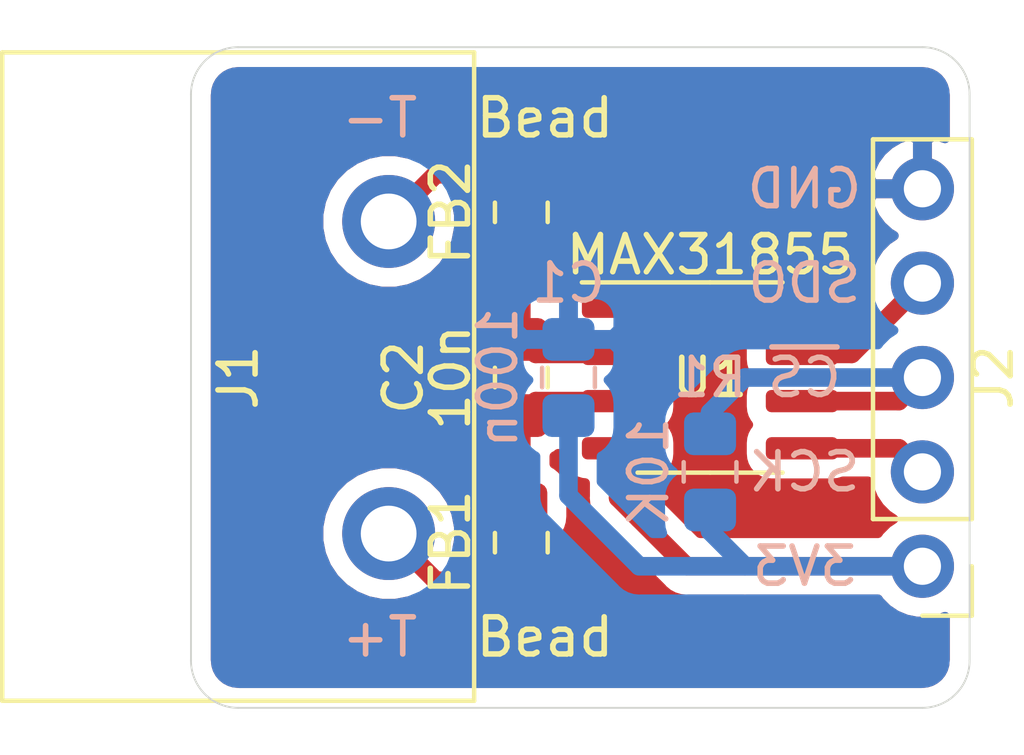
<source format=kicad_pcb>
(kicad_pcb (version 20171130) (host pcbnew 5.1.5-52549c5~86~ubuntu18.04.1)

  (general
    (thickness 1.6)
    (drawings 15)
    (tracks 29)
    (zones 0)
    (modules 8)
    (nets 10)
  )

  (page A4)
  (layers
    (0 F.Cu signal)
    (31 B.Cu signal)
    (32 B.Adhes user)
    (33 F.Adhes user)
    (34 B.Paste user)
    (35 F.Paste user)
    (36 B.SilkS user)
    (37 F.SilkS user)
    (38 B.Mask user)
    (39 F.Mask user)
    (40 Dwgs.User user)
    (41 Cmts.User user)
    (42 Eco1.User user)
    (43 Eco2.User user)
    (44 Edge.Cuts user)
    (45 Margin user)
    (46 B.CrtYd user)
    (47 F.CrtYd user)
    (48 B.Fab user)
    (49 F.Fab user)
  )

  (setup
    (last_trace_width 0.25)
    (user_trace_width 0.5)
    (trace_clearance 0.2)
    (zone_clearance 0.508)
    (zone_45_only no)
    (trace_min 0.2)
    (via_size 0.8)
    (via_drill 0.4)
    (via_min_size 0.4)
    (via_min_drill 0.3)
    (uvia_size 0.3)
    (uvia_drill 0.1)
    (uvias_allowed no)
    (uvia_min_size 0.2)
    (uvia_min_drill 0.1)
    (edge_width 0.05)
    (segment_width 0.2)
    (pcb_text_width 0.3)
    (pcb_text_size 1.5 1.5)
    (mod_edge_width 0.12)
    (mod_text_size 1 1)
    (mod_text_width 0.15)
    (pad_size 1.7 1.7)
    (pad_drill 1)
    (pad_to_mask_clearance 0.051)
    (solder_mask_min_width 0.25)
    (aux_axis_origin 0 0)
    (visible_elements FFFFFF7F)
    (pcbplotparams
      (layerselection 0x010fc_ffffffff)
      (usegerberextensions false)
      (usegerberattributes false)
      (usegerberadvancedattributes false)
      (creategerberjobfile false)
      (excludeedgelayer true)
      (linewidth 0.100000)
      (plotframeref false)
      (viasonmask false)
      (mode 1)
      (useauxorigin false)
      (hpglpennumber 1)
      (hpglpenspeed 20)
      (hpglpendiameter 15.000000)
      (psnegative false)
      (psa4output false)
      (plotreference true)
      (plotvalue true)
      (plotinvisibletext false)
      (padsonsilk false)
      (subtractmaskfromsilk false)
      (outputformat 1)
      (mirror false)
      (drillshape 1)
      (scaleselection 1)
      (outputdirectory ""))
  )

  (net 0 "")
  (net 1 GND)
  (net 2 VCC)
  (net 3 "Net-(C2-Pad1)")
  (net 4 "Net-(C2-Pad2)")
  (net 5 "Net-(FB1-Pad2)")
  (net 6 "Net-(FB2-Pad2)")
  (net 7 CK)
  (net 8 DO)
  (net 9 ~CS)

  (net_class Default "This is the default net class."
    (clearance 0.2)
    (trace_width 0.25)
    (via_dia 0.8)
    (via_drill 0.4)
    (uvia_dia 0.3)
    (uvia_drill 0.1)
    (add_net CK)
    (add_net DO)
    (add_net GND)
    (add_net "Net-(C2-Pad1)")
    (add_net "Net-(C2-Pad2)")
    (add_net "Net-(FB1-Pad2)")
    (add_net "Net-(FB2-Pad2)")
    (add_net VCC)
    (add_net ~CS)
  )

  (module Capacitor_SMD:C_0805_2012Metric_Pad1.15x1.40mm_HandSolder (layer B.Cu) (tedit 5B36C52B) (tstamp 5EA6305B)
    (at 149.225 108.585 90)
    (descr "Capacitor SMD 0805 (2012 Metric), square (rectangular) end terminal, IPC_7351 nominal with elongated pad for handsoldering. (Body size source: https://docs.google.com/spreadsheets/d/1BsfQQcO9C6DZCsRaXUlFlo91Tg2WpOkGARC1WS5S8t0/edit?usp=sharing), generated with kicad-footprint-generator")
    (tags "capacitor handsolder")
    (path /5EA65A89)
    (attr smd)
    (fp_text reference C1 (at 2.54 0 180) (layer B.SilkS)
      (effects (font (size 1 1) (thickness 0.15)) (justify mirror))
    )
    (fp_text value 100n (at 0 -1.905 90) (layer B.SilkS)
      (effects (font (size 1 1) (thickness 0.15)) (justify mirror))
    )
    (fp_text user %R (at 0 0 90) (layer B.Fab)
      (effects (font (size 0.5 0.5) (thickness 0.08)) (justify mirror))
    )
    (fp_line (start 1.85 -0.95) (end -1.85 -0.95) (layer B.CrtYd) (width 0.05))
    (fp_line (start 1.85 0.95) (end 1.85 -0.95) (layer B.CrtYd) (width 0.05))
    (fp_line (start -1.85 0.95) (end 1.85 0.95) (layer B.CrtYd) (width 0.05))
    (fp_line (start -1.85 -0.95) (end -1.85 0.95) (layer B.CrtYd) (width 0.05))
    (fp_line (start -0.261252 -0.71) (end 0.261252 -0.71) (layer B.SilkS) (width 0.12))
    (fp_line (start -0.261252 0.71) (end 0.261252 0.71) (layer B.SilkS) (width 0.12))
    (fp_line (start 1 -0.6) (end -1 -0.6) (layer B.Fab) (width 0.1))
    (fp_line (start 1 0.6) (end 1 -0.6) (layer B.Fab) (width 0.1))
    (fp_line (start -1 0.6) (end 1 0.6) (layer B.Fab) (width 0.1))
    (fp_line (start -1 -0.6) (end -1 0.6) (layer B.Fab) (width 0.1))
    (pad 2 smd roundrect (at 1.025 0 90) (size 1.15 1.4) (layers B.Cu B.Paste B.Mask) (roundrect_rratio 0.217391)
      (net 1 GND))
    (pad 1 smd roundrect (at -1.025 0 90) (size 1.15 1.4) (layers B.Cu B.Paste B.Mask) (roundrect_rratio 0.217391)
      (net 2 VCC))
    (model ${KISYS3DMOD}/Capacitor_SMD.3dshapes/C_0805_2012Metric.wrl
      (at (xyz 0 0 0))
      (scale (xyz 1 1 1))
      (rotate (xyz 0 0 0))
    )
  )

  (module Capacitor_SMD:C_0805_2012Metric_Pad1.15x1.40mm_HandSolder (layer F.Cu) (tedit 5B36C52B) (tstamp 5EA629EE)
    (at 147.955 108.585 270)
    (descr "Capacitor SMD 0805 (2012 Metric), square (rectangular) end terminal, IPC_7351 nominal with elongated pad for handsoldering. (Body size source: https://docs.google.com/spreadsheets/d/1BsfQQcO9C6DZCsRaXUlFlo91Tg2WpOkGARC1WS5S8t0/edit?usp=sharing), generated with kicad-footprint-generator")
    (tags "capacitor handsolder")
    (path /5EA5F690)
    (attr smd)
    (fp_text reference C2 (at 0 3.175 90) (layer F.SilkS)
      (effects (font (size 1 1) (thickness 0.15)))
    )
    (fp_text value 10n (at 0 1.905 90) (layer F.SilkS)
      (effects (font (size 1 1) (thickness 0.15)))
    )
    (fp_line (start -1 0.6) (end -1 -0.6) (layer F.Fab) (width 0.1))
    (fp_line (start -1 -0.6) (end 1 -0.6) (layer F.Fab) (width 0.1))
    (fp_line (start 1 -0.6) (end 1 0.6) (layer F.Fab) (width 0.1))
    (fp_line (start 1 0.6) (end -1 0.6) (layer F.Fab) (width 0.1))
    (fp_line (start -0.261252 -0.71) (end 0.261252 -0.71) (layer F.SilkS) (width 0.12))
    (fp_line (start -0.261252 0.71) (end 0.261252 0.71) (layer F.SilkS) (width 0.12))
    (fp_line (start -1.85 0.95) (end -1.85 -0.95) (layer F.CrtYd) (width 0.05))
    (fp_line (start -1.85 -0.95) (end 1.85 -0.95) (layer F.CrtYd) (width 0.05))
    (fp_line (start 1.85 -0.95) (end 1.85 0.95) (layer F.CrtYd) (width 0.05))
    (fp_line (start 1.85 0.95) (end -1.85 0.95) (layer F.CrtYd) (width 0.05))
    (fp_text user %R (at 0 0 90) (layer F.Fab)
      (effects (font (size 0.5 0.5) (thickness 0.08)))
    )
    (pad 1 smd roundrect (at -1.025 0 270) (size 1.15 1.4) (layers F.Cu F.Paste F.Mask) (roundrect_rratio 0.217391)
      (net 3 "Net-(C2-Pad1)"))
    (pad 2 smd roundrect (at 1.025 0 270) (size 1.15 1.4) (layers F.Cu F.Paste F.Mask) (roundrect_rratio 0.217391)
      (net 4 "Net-(C2-Pad2)"))
    (model ${KISYS3DMOD}/Capacitor_SMD.3dshapes/C_0805_2012Metric.wrl
      (at (xyz 0 0 0))
      (scale (xyz 1 1 1))
      (rotate (xyz 0 0 0))
    )
  )

  (module Resistor_SMD:R_0805_2012Metric_Pad1.15x1.40mm_HandSolder (layer F.Cu) (tedit 5B36C52B) (tstamp 5EA620FB)
    (at 147.955 113.03 270)
    (descr "Resistor SMD 0805 (2012 Metric), square (rectangular) end terminal, IPC_7351 nominal with elongated pad for handsoldering. (Body size source: https://docs.google.com/spreadsheets/d/1BsfQQcO9C6DZCsRaXUlFlo91Tg2WpOkGARC1WS5S8t0/edit?usp=sharing), generated with kicad-footprint-generator")
    (tags "resistor handsolder")
    (path /5EA5FC28)
    (attr smd)
    (fp_text reference FB1 (at 0 1.905 90) (layer F.SilkS)
      (effects (font (size 1 1) (thickness 0.15)))
    )
    (fp_text value Bead (at 2.54 -0.635 180) (layer F.SilkS)
      (effects (font (size 1 1) (thickness 0.15)))
    )
    (fp_line (start -1 0.6) (end -1 -0.6) (layer F.Fab) (width 0.1))
    (fp_line (start -1 -0.6) (end 1 -0.6) (layer F.Fab) (width 0.1))
    (fp_line (start 1 -0.6) (end 1 0.6) (layer F.Fab) (width 0.1))
    (fp_line (start 1 0.6) (end -1 0.6) (layer F.Fab) (width 0.1))
    (fp_line (start -0.261252 -0.71) (end 0.261252 -0.71) (layer F.SilkS) (width 0.12))
    (fp_line (start -0.261252 0.71) (end 0.261252 0.71) (layer F.SilkS) (width 0.12))
    (fp_line (start -1.85 0.95) (end -1.85 -0.95) (layer F.CrtYd) (width 0.05))
    (fp_line (start -1.85 -0.95) (end 1.85 -0.95) (layer F.CrtYd) (width 0.05))
    (fp_line (start 1.85 -0.95) (end 1.85 0.95) (layer F.CrtYd) (width 0.05))
    (fp_line (start 1.85 0.95) (end -1.85 0.95) (layer F.CrtYd) (width 0.05))
    (fp_text user %R (at 0 0 90) (layer F.Fab)
      (effects (font (size 0.5 0.5) (thickness 0.08)))
    )
    (pad 1 smd roundrect (at -1.025 0 270) (size 1.15 1.4) (layers F.Cu F.Paste F.Mask) (roundrect_rratio 0.217391)
      (net 4 "Net-(C2-Pad2)"))
    (pad 2 smd roundrect (at 1.025 0 270) (size 1.15 1.4) (layers F.Cu F.Paste F.Mask) (roundrect_rratio 0.217391)
      (net 5 "Net-(FB1-Pad2)"))
    (model ${KISYS3DMOD}/Resistor_SMD.3dshapes/R_0805_2012Metric.wrl
      (at (xyz 0 0 0))
      (scale (xyz 1 1 1))
      (rotate (xyz 0 0 0))
    )
  )

  (module Resistor_SMD:R_0805_2012Metric_Pad1.15x1.40mm_HandSolder (layer F.Cu) (tedit 5B36C52B) (tstamp 5EA62855)
    (at 147.955 104.14 90)
    (descr "Resistor SMD 0805 (2012 Metric), square (rectangular) end terminal, IPC_7351 nominal with elongated pad for handsoldering. (Body size source: https://docs.google.com/spreadsheets/d/1BsfQQcO9C6DZCsRaXUlFlo91Tg2WpOkGARC1WS5S8t0/edit?usp=sharing), generated with kicad-footprint-generator")
    (tags "resistor handsolder")
    (path /5EA60E1C)
    (attr smd)
    (fp_text reference FB2 (at 0 -1.905 90) (layer F.SilkS)
      (effects (font (size 1 1) (thickness 0.15)))
    )
    (fp_text value Bead (at 2.54 0.635 180) (layer F.SilkS)
      (effects (font (size 1 1) (thickness 0.15)))
    )
    (fp_text user %R (at 0 0 90) (layer F.Fab)
      (effects (font (size 0.5 0.5) (thickness 0.08)))
    )
    (fp_line (start 1.85 0.95) (end -1.85 0.95) (layer F.CrtYd) (width 0.05))
    (fp_line (start 1.85 -0.95) (end 1.85 0.95) (layer F.CrtYd) (width 0.05))
    (fp_line (start -1.85 -0.95) (end 1.85 -0.95) (layer F.CrtYd) (width 0.05))
    (fp_line (start -1.85 0.95) (end -1.85 -0.95) (layer F.CrtYd) (width 0.05))
    (fp_line (start -0.261252 0.71) (end 0.261252 0.71) (layer F.SilkS) (width 0.12))
    (fp_line (start -0.261252 -0.71) (end 0.261252 -0.71) (layer F.SilkS) (width 0.12))
    (fp_line (start 1 0.6) (end -1 0.6) (layer F.Fab) (width 0.1))
    (fp_line (start 1 -0.6) (end 1 0.6) (layer F.Fab) (width 0.1))
    (fp_line (start -1 -0.6) (end 1 -0.6) (layer F.Fab) (width 0.1))
    (fp_line (start -1 0.6) (end -1 -0.6) (layer F.Fab) (width 0.1))
    (pad 2 smd roundrect (at 1.025 0 90) (size 1.15 1.4) (layers F.Cu F.Paste F.Mask) (roundrect_rratio 0.217391)
      (net 6 "Net-(FB2-Pad2)"))
    (pad 1 smd roundrect (at -1.025 0 90) (size 1.15 1.4) (layers F.Cu F.Paste F.Mask) (roundrect_rratio 0.217391)
      (net 3 "Net-(C2-Pad1)"))
    (model ${KISYS3DMOD}/Resistor_SMD.3dshapes/R_0805_2012Metric.wrl
      (at (xyz 0 0 0))
      (scale (xyz 1 1 1))
      (rotate (xyz 0 0 0))
    )
  )

  (module Connector_PinHeader_2.54mm:PinHeader_1x05_P2.54mm_Vertical (layer F.Cu) (tedit 5EA5CDF7) (tstamp 5EA61EF4)
    (at 158.75 113.665 180)
    (descr "Through hole straight pin header, 1x05, 2.54mm pitch, single row")
    (tags "Through hole pin header THT 1x05 2.54mm single row")
    (path /5EA5D145)
    (fp_text reference J2 (at -1.905 5.08 90) (layer F.SilkS)
      (effects (font (size 1 1) (thickness 0.15)))
    )
    (fp_text value Breakout (at -1.905 5.08 90) (layer F.Fab)
      (effects (font (size 1 1) (thickness 0.15)))
    )
    (fp_line (start -0.635 -1.27) (end 1.27 -1.27) (layer F.Fab) (width 0.1))
    (fp_line (start 1.27 -1.27) (end 1.27 11.43) (layer F.Fab) (width 0.1))
    (fp_line (start 1.27 11.43) (end -1.27 11.43) (layer F.Fab) (width 0.1))
    (fp_line (start -1.27 11.43) (end -1.27 -0.635) (layer F.Fab) (width 0.1))
    (fp_line (start -1.27 -0.635) (end -0.635 -1.27) (layer F.Fab) (width 0.1))
    (fp_line (start -1.33 11.49) (end 1.33 11.49) (layer F.SilkS) (width 0.12))
    (fp_line (start -1.33 1.27) (end -1.33 11.49) (layer F.SilkS) (width 0.12))
    (fp_line (start 1.33 1.27) (end 1.33 11.49) (layer F.SilkS) (width 0.12))
    (fp_line (start -1.33 1.27) (end 1.33 1.27) (layer F.SilkS) (width 0.12))
    (fp_line (start -1.33 0) (end -1.33 -1.33) (layer F.SilkS) (width 0.12))
    (fp_line (start -1.33 -1.33) (end 0 -1.33) (layer F.SilkS) (width 0.12))
    (fp_line (start -1.8 -1.8) (end -1.8 11.95) (layer F.CrtYd) (width 0.05))
    (fp_line (start -1.8 11.95) (end 1.8 11.95) (layer F.CrtYd) (width 0.05))
    (fp_line (start 1.8 11.95) (end 1.8 -1.8) (layer F.CrtYd) (width 0.05))
    (fp_line (start 1.8 -1.8) (end -1.8 -1.8) (layer F.CrtYd) (width 0.05))
    (fp_text user %R (at 0 5.08 90) (layer F.Fab)
      (effects (font (size 1 1) (thickness 0.15)))
    )
    (pad 1 thru_hole circle (at 0 0 180) (size 1.7 1.7) (drill 1) (layers *.Cu *.Mask)
      (net 2 VCC))
    (pad 2 thru_hole oval (at 0 2.54 180) (size 1.7 1.7) (drill 1) (layers *.Cu *.Mask)
      (net 7 CK))
    (pad 3 thru_hole oval (at 0 5.08 180) (size 1.7 1.7) (drill 1) (layers *.Cu *.Mask)
      (net 9 ~CS))
    (pad 4 thru_hole oval (at 0 7.62 180) (size 1.7 1.7) (drill 1) (layers *.Cu *.Mask)
      (net 8 DO))
    (pad 5 thru_hole oval (at 0 10.16 180) (size 1.7 1.7) (drill 1) (layers *.Cu *.Mask)
      (net 1 GND))
    (model ${KISYS3DMOD}/Connector_PinHeader_2.54mm.3dshapes/PinHeader_1x05_P2.54mm_Vertical.wrl
      (at (xyz 0 0 0))
      (scale (xyz 1 1 1))
      (rotate (xyz 0 0 0))
    )
  )

  (module Package_SO:SOIC-8_3.9x4.9mm_P1.27mm (layer F.Cu) (tedit 5D9F72B1) (tstamp 5EA61F0E)
    (at 153.035 108.585)
    (descr "SOIC, 8 Pin (JEDEC MS-012AA, https://www.analog.com/media/en/package-pcb-resources/package/pkg_pdf/soic_narrow-r/r_8.pdf), generated with kicad-footprint-generator ipc_gullwing_generator.py")
    (tags "SOIC SO")
    (path /5EA5C805)
    (attr smd)
    (fp_text reference U1 (at 0 0) (layer F.SilkS)
      (effects (font (size 1 1) (thickness 0.15)))
    )
    (fp_text value MAX31855 (at 0 -3.302) (layer F.SilkS)
      (effects (font (size 1 1) (thickness 0.15)))
    )
    (fp_line (start 0 2.56) (end 1.95 2.56) (layer F.SilkS) (width 0.12))
    (fp_line (start 0 2.56) (end -1.95 2.56) (layer F.SilkS) (width 0.12))
    (fp_line (start 0 -2.56) (end 1.95 -2.56) (layer F.SilkS) (width 0.12))
    (fp_line (start 0 -2.56) (end -3.45 -2.56) (layer F.SilkS) (width 0.12))
    (fp_line (start -0.975 -2.45) (end 1.95 -2.45) (layer F.Fab) (width 0.1))
    (fp_line (start 1.95 -2.45) (end 1.95 2.45) (layer F.Fab) (width 0.1))
    (fp_line (start 1.95 2.45) (end -1.95 2.45) (layer F.Fab) (width 0.1))
    (fp_line (start -1.95 2.45) (end -1.95 -1.475) (layer F.Fab) (width 0.1))
    (fp_line (start -1.95 -1.475) (end -0.975 -2.45) (layer F.Fab) (width 0.1))
    (fp_line (start -3.7 -2.7) (end -3.7 2.7) (layer F.CrtYd) (width 0.05))
    (fp_line (start -3.7 2.7) (end 3.7 2.7) (layer F.CrtYd) (width 0.05))
    (fp_line (start 3.7 2.7) (end 3.7 -2.7) (layer F.CrtYd) (width 0.05))
    (fp_line (start 3.7 -2.7) (end -3.7 -2.7) (layer F.CrtYd) (width 0.05))
    (fp_text user %R (at 0 0) (layer F.Fab)
      (effects (font (size 0.98 0.98) (thickness 0.15)))
    )
    (pad 1 smd roundrect (at -2.475 -1.905) (size 1.95 0.6) (layers F.Cu F.Paste F.Mask) (roundrect_rratio 0.25)
      (net 1 GND))
    (pad 2 smd roundrect (at -2.475 -0.635) (size 1.95 0.6) (layers F.Cu F.Paste F.Mask) (roundrect_rratio 0.25)
      (net 3 "Net-(C2-Pad1)"))
    (pad 3 smd roundrect (at -2.475 0.635) (size 1.95 0.6) (layers F.Cu F.Paste F.Mask) (roundrect_rratio 0.25)
      (net 4 "Net-(C2-Pad2)"))
    (pad 4 smd roundrect (at -2.475 1.905) (size 1.95 0.6) (layers F.Cu F.Paste F.Mask) (roundrect_rratio 0.25)
      (net 2 VCC))
    (pad 5 smd roundrect (at 2.475 1.905) (size 1.95 0.6) (layers F.Cu F.Paste F.Mask) (roundrect_rratio 0.25)
      (net 7 CK))
    (pad 6 smd roundrect (at 2.475 0.635) (size 1.95 0.6) (layers F.Cu F.Paste F.Mask) (roundrect_rratio 0.25)
      (net 9 ~CS))
    (pad 7 smd roundrect (at 2.475 -0.635) (size 1.95 0.6) (layers F.Cu F.Paste F.Mask) (roundrect_rratio 0.25)
      (net 8 DO))
    (pad 8 smd roundrect (at 2.475 -1.905) (size 1.95 0.6) (layers F.Cu F.Paste F.Mask) (roundrect_rratio 0.25))
    (model ${KISYS3DMOD}/Package_SO.3dshapes/SOIC-8_3.9x4.9mm_P1.27mm.wrl
      (at (xyz 0 0 0))
      (scale (xyz 1 1 1))
      (rotate (xyz 0 0 0))
    )
  )

  (module Resistor_SMD:R_0805_2012Metric_Pad1.15x1.40mm_HandSolder (layer B.Cu) (tedit 5B36C52B) (tstamp 5EA62EA6)
    (at 153.035 111.125 90)
    (descr "Resistor SMD 0805 (2012 Metric), square (rectangular) end terminal, IPC_7351 nominal with elongated pad for handsoldering. (Body size source: https://docs.google.com/spreadsheets/d/1BsfQQcO9C6DZCsRaXUlFlo91Tg2WpOkGARC1WS5S8t0/edit?usp=sharing), generated with kicad-footprint-generator")
    (tags "resistor handsolder")
    (path /5EA7939E)
    (attr smd)
    (fp_text reference R1 (at 2.54 0 180) (layer B.SilkS)
      (effects (font (size 1 1) (thickness 0.15)) (justify mirror))
    )
    (fp_text value 10K (at 0 -1.65 270) (layer B.SilkS)
      (effects (font (size 1 1) (thickness 0.15)) (justify mirror))
    )
    (fp_line (start -1 -0.6) (end -1 0.6) (layer B.Fab) (width 0.1))
    (fp_line (start -1 0.6) (end 1 0.6) (layer B.Fab) (width 0.1))
    (fp_line (start 1 0.6) (end 1 -0.6) (layer B.Fab) (width 0.1))
    (fp_line (start 1 -0.6) (end -1 -0.6) (layer B.Fab) (width 0.1))
    (fp_line (start -0.261252 0.71) (end 0.261252 0.71) (layer B.SilkS) (width 0.12))
    (fp_line (start -0.261252 -0.71) (end 0.261252 -0.71) (layer B.SilkS) (width 0.12))
    (fp_line (start -1.85 -0.95) (end -1.85 0.95) (layer B.CrtYd) (width 0.05))
    (fp_line (start -1.85 0.95) (end 1.85 0.95) (layer B.CrtYd) (width 0.05))
    (fp_line (start 1.85 0.95) (end 1.85 -0.95) (layer B.CrtYd) (width 0.05))
    (fp_line (start 1.85 -0.95) (end -1.85 -0.95) (layer B.CrtYd) (width 0.05))
    (fp_text user %R (at 0 0 90) (layer B.Fab)
      (effects (font (size 0.5 0.5) (thickness 0.08)) (justify mirror))
    )
    (pad 1 smd roundrect (at -1.025 0 90) (size 1.15 1.4) (layers B.Cu B.Paste B.Mask) (roundrect_rratio 0.217391)
      (net 2 VCC))
    (pad 2 smd roundrect (at 1.025 0 90) (size 1.15 1.4) (layers B.Cu B.Paste B.Mask) (roundrect_rratio 0.217391)
      (net 9 ~CS))
    (model ${KISYS3DMOD}/Resistor_SMD.3dshapes/R_0805_2012Metric.wrl
      (at (xyz 0 0 0))
      (scale (xyz 1 1 1))
      (rotate (xyz 0 0 0))
    )
  )

  (module MAX31855_bb:OSTYK42102030 (layer F.Cu) (tedit 5EA5CC21) (tstamp 5EB24CB6)
    (at 140.335 108.585 270)
    (path /5EA5D7D3)
    (fp_text reference J1 (at 0 0 90) (layer F.SilkS)
      (effects (font (size 1 1) (thickness 0.15)))
    )
    (fp_text value Therm (at 0 -1.905 90) (layer F.Fab)
      (effects (font (size 1 1) (thickness 0.15)))
    )
    (fp_line (start -8.75 -6.35) (end -8.75 6.35) (layer F.SilkS) (width 0.12))
    (fp_line (start -8.75 6.35) (end 8.7 6.35) (layer F.SilkS) (width 0.12))
    (fp_line (start 8.7 6.35) (end 8.7 -6.35) (layer F.SilkS) (width 0.12))
    (fp_line (start 8.7 -6.35) (end -8.75 -6.35) (layer F.SilkS) (width 0.12))
    (pad 1 thru_hole circle (at -4.2 -4.05 270) (size 2.5 2.5) (drill 1.5) (layers *.Cu *.Mask)
      (net 6 "Net-(FB2-Pad2)"))
    (pad 2 thru_hole circle (at 4.2 -4.05 270) (size 2.5 2.5) (drill 1.5) (layers *.Cu *.Mask)
      (net 5 "Net-(FB1-Pad2)"))
  )

  (gr_text 3V3 (at 155.575 113.665) (layer B.SilkS)
    (effects (font (size 1 1) (thickness 0.15)) (justify mirror))
  )
  (gr_text SCK (at 155.575 111.125) (layer B.SilkS)
    (effects (font (size 1 1) (thickness 0.15)) (justify mirror))
  )
  (gr_text ~CS (at 155.575 108.585) (layer B.SilkS)
    (effects (font (size 1 1) (thickness 0.15)) (justify mirror))
  )
  (gr_text SDO (at 155.575 106.045) (layer B.SilkS)
    (effects (font (size 1 1) (thickness 0.15)) (justify mirror))
  )
  (gr_text GND (at 155.575 103.505) (layer B.SilkS)
    (effects (font (size 1 1) (thickness 0.15)) (justify mirror))
  )
  (gr_text T+ (at 144.145 115.57) (layer B.SilkS)
    (effects (font (size 1 1) (thickness 0.15)) (justify mirror))
  )
  (gr_text T- (at 144.145 101.6) (layer B.SilkS)
    (effects (font (size 1 1) (thickness 0.15)) (justify mirror))
  )
  (gr_line (start 140.335 99.695) (end 158.75 99.695) (layer Edge.Cuts) (width 0.05) (tstamp 5EA626F2))
  (gr_line (start 139.065 116.205) (end 139.065 100.965) (layer Edge.Cuts) (width 0.05) (tstamp 5EA626F1))
  (gr_line (start 158.75 117.475) (end 140.335 117.475) (layer Edge.Cuts) (width 0.05) (tstamp 5EA626F0))
  (gr_line (start 160.02 100.965) (end 160.02 116.205) (layer Edge.Cuts) (width 0.05) (tstamp 5EA626E3))
  (gr_arc (start 158.75 100.965) (end 160.02 100.965) (angle -90) (layer Edge.Cuts) (width 0.05))
  (gr_arc (start 158.75 116.205) (end 158.75 117.475) (angle -90) (layer Edge.Cuts) (width 0.05))
  (gr_arc (start 140.335 116.205) (end 139.065 116.205) (angle -90) (layer Edge.Cuts) (width 0.05))
  (gr_arc (start 140.335 100.965) (end 140.335 99.695) (angle -90) (layer Edge.Cuts) (width 0.05))

  (segment (start 150.56 110.49) (end 150.56 111.825) (width 0.5) (layer F.Cu) (net 2))
  (segment (start 150.56 111.825) (end 151.13 112.395) (width 0.5) (layer F.Cu) (net 2))
  (segment (start 152.4 113.665) (end 151.13 112.395) (width 0.5) (layer F.Cu) (net 2))
  (segment (start 158.75 113.665) (end 152.4 113.665) (width 0.5) (layer F.Cu) (net 2))
  (segment (start 153.035 112.725) (end 153.035 112.15) (width 0.5) (layer B.Cu) (net 2))
  (segment (start 153.975 113.665) (end 153.035 112.725) (width 0.5) (layer B.Cu) (net 2))
  (segment (start 158.75 113.665) (end 153.975 113.665) (width 0.5) (layer B.Cu) (net 2))
  (segment (start 153.975 113.665) (end 151.13 113.665) (width 0.5) (layer B.Cu) (net 2))
  (segment (start 149.225 111.76) (end 149.225 109.61) (width 0.5) (layer B.Cu) (net 2))
  (segment (start 151.13 113.665) (end 149.225 111.76) (width 0.5) (layer B.Cu) (net 2))
  (segment (start 147.955 107.56) (end 147.955 105.165) (width 0.5) (layer F.Cu) (net 3))
  (segment (start 148.345 107.95) (end 147.955 107.56) (width 0.5) (layer F.Cu) (net 3))
  (segment (start 150.56 107.95) (end 148.345 107.95) (width 0.5) (layer F.Cu) (net 3))
  (segment (start 147.955 112.005) (end 147.955 109.61) (width 0.5) (layer F.Cu) (net 4))
  (segment (start 148.345 109.22) (end 147.955 109.61) (width 0.5) (layer F.Cu) (net 4))
  (segment (start 150.56 109.22) (end 148.345 109.22) (width 0.5) (layer F.Cu) (net 4))
  (segment (start 145.655 114.055) (end 144.385 112.785) (width 0.5) (layer F.Cu) (net 5))
  (segment (start 147.955 114.055) (end 145.655 114.055) (width 0.5) (layer F.Cu) (net 5))
  (segment (start 145.655 103.115) (end 144.385 104.385) (width 0.5) (layer F.Cu) (net 6))
  (segment (start 147.955 103.115) (end 145.655 103.115) (width 0.5) (layer F.Cu) (net 6))
  (segment (start 158.115 110.49) (end 158.75 111.125) (width 0.5) (layer F.Cu) (net 7))
  (segment (start 155.51 110.49) (end 158.115 110.49) (width 0.5) (layer F.Cu) (net 7))
  (segment (start 156.845 107.95) (end 158.75 106.045) (width 0.5) (layer F.Cu) (net 8))
  (segment (start 155.51 107.95) (end 156.845 107.95) (width 0.5) (layer F.Cu) (net 8))
  (segment (start 158.115 109.22) (end 158.75 108.585) (width 0.5) (layer F.Cu) (net 9))
  (segment (start 155.51 109.22) (end 158.115 109.22) (width 0.5) (layer F.Cu) (net 9))
  (segment (start 153.035 109.525) (end 153.035 110.1) (width 0.5) (layer B.Cu) (net 9))
  (segment (start 153.975 108.585) (end 153.035 109.525) (width 0.5) (layer B.Cu) (net 9))
  (segment (start 158.75 108.585) (end 153.975 108.585) (width 0.5) (layer B.Cu) (net 9))

  (zone (net 1) (net_name GND) (layer B.Cu) (tstamp 0) (hatch edge 0.508)
    (connect_pads (clearance 0.508))
    (min_thickness 0.254)
    (fill yes (arc_segments 32) (thermal_gap 0.508) (thermal_bridge_width 0.508))
    (polygon
      (pts
        (xy 160.655 118.11) (xy 138.43 118.11) (xy 138.43 99.06) (xy 160.655 99.06)
      )
    )
    (filled_polygon
      (pts
        (xy 158.867869 100.369722) (xy 158.981246 100.403953) (xy 159.085819 100.459555) (xy 159.177596 100.534407) (xy 159.253091 100.625664)
        (xy 159.309419 100.729844) (xy 159.34444 100.842976) (xy 159.36 100.991022) (xy 159.36 102.153304) (xy 159.106891 102.063519)
        (xy 158.877 102.184186) (xy 158.877 103.378) (xy 158.897 103.378) (xy 158.897 103.632) (xy 158.877 103.632)
        (xy 158.877 103.652) (xy 158.623 103.652) (xy 158.623 103.632) (xy 157.429845 103.632) (xy 157.308524 103.86189)
        (xy 157.353175 104.009099) (xy 157.478359 104.27192) (xy 157.652412 104.505269) (xy 157.868645 104.700178) (xy 157.985534 104.769805)
        (xy 157.803368 104.891525) (xy 157.596525 105.098368) (xy 157.43401 105.341589) (xy 157.322068 105.611842) (xy 157.265 105.89874)
        (xy 157.265 106.19126) (xy 157.322068 106.478158) (xy 157.43401 106.748411) (xy 157.596525 106.991632) (xy 157.803368 107.198475)
        (xy 157.97776 107.315) (xy 157.803368 107.431525) (xy 157.596525 107.638368) (xy 157.555344 107.7) (xy 154.018469 107.7)
        (xy 153.975 107.695719) (xy 153.931531 107.7) (xy 153.931523 107.7) (xy 153.80151 107.712805) (xy 153.634687 107.763411)
        (xy 153.480941 107.845589) (xy 153.379953 107.928468) (xy 153.379951 107.92847) (xy 153.346183 107.956183) (xy 153.31847 107.989951)
        (xy 152.439956 108.868466) (xy 152.406183 108.896183) (xy 152.395806 108.908827) (xy 152.245149 108.954528) (xy 152.091613 109.036595)
        (xy 151.957038 109.147038) (xy 151.846595 109.281613) (xy 151.764528 109.435149) (xy 151.713992 109.601745) (xy 151.696928 109.774999)
        (xy 151.696928 110.425001) (xy 151.713992 110.598255) (xy 151.764528 110.764851) (xy 151.846595 110.918387) (xy 151.957038 111.052962)
        (xy 152.044816 111.125) (xy 151.957038 111.197038) (xy 151.846595 111.331613) (xy 151.764528 111.485149) (xy 151.713992 111.651745)
        (xy 151.696928 111.824999) (xy 151.696928 112.475001) (xy 151.713992 112.648255) (xy 151.753956 112.78) (xy 151.496579 112.78)
        (xy 150.11 111.393422) (xy 150.11 110.704614) (xy 150.168387 110.673405) (xy 150.302962 110.562962) (xy 150.413405 110.428387)
        (xy 150.495472 110.274851) (xy 150.546008 110.108255) (xy 150.563072 109.935001) (xy 150.563072 109.284999) (xy 150.546008 109.111745)
        (xy 150.495472 108.945149) (xy 150.413405 108.791613) (xy 150.302962 108.657038) (xy 150.296406 108.651658) (xy 150.376185 108.586185)
        (xy 150.455537 108.489494) (xy 150.514502 108.37918) (xy 150.550812 108.259482) (xy 150.563072 108.135) (xy 150.56 107.84575)
        (xy 150.40125 107.687) (xy 149.352 107.687) (xy 149.352 107.707) (xy 149.098 107.707) (xy 149.098 107.687)
        (xy 148.04875 107.687) (xy 147.89 107.84575) (xy 147.886928 108.135) (xy 147.899188 108.259482) (xy 147.935498 108.37918)
        (xy 147.994463 108.489494) (xy 148.073815 108.586185) (xy 148.153594 108.651658) (xy 148.147038 108.657038) (xy 148.036595 108.791613)
        (xy 147.954528 108.945149) (xy 147.903992 109.111745) (xy 147.886928 109.284999) (xy 147.886928 109.935001) (xy 147.903992 110.108255)
        (xy 147.954528 110.274851) (xy 148.036595 110.428387) (xy 148.147038 110.562962) (xy 148.281613 110.673405) (xy 148.34 110.704614)
        (xy 148.34 111.716531) (xy 148.335719 111.76) (xy 148.34 111.803469) (xy 148.34 111.803476) (xy 148.352805 111.933489)
        (xy 148.403411 112.100312) (xy 148.485589 112.254058) (xy 148.596183 112.388817) (xy 148.629956 112.416534) (xy 150.47347 114.260049)
        (xy 150.501183 114.293817) (xy 150.534951 114.32153) (xy 150.534953 114.321532) (xy 150.592075 114.368411) (xy 150.635941 114.404411)
        (xy 150.789687 114.486589) (xy 150.95651 114.537195) (xy 151.086523 114.55) (xy 151.086531 114.55) (xy 151.13 114.554281)
        (xy 151.173469 114.55) (xy 153.931531 114.55) (xy 153.975 114.554281) (xy 154.018469 114.55) (xy 157.555344 114.55)
        (xy 157.596525 114.611632) (xy 157.803368 114.818475) (xy 158.046589 114.98099) (xy 158.316842 115.092932) (xy 158.60374 115.15)
        (xy 158.89626 115.15) (xy 159.183158 115.092932) (xy 159.360001 115.019682) (xy 159.360001 116.172711) (xy 159.345278 116.322869)
        (xy 159.311047 116.436246) (xy 159.255446 116.540817) (xy 159.180594 116.632595) (xy 159.089335 116.708091) (xy 158.98516 116.764419)
        (xy 158.872024 116.79944) (xy 158.723979 116.815) (xy 140.367279 116.815) (xy 140.217131 116.800278) (xy 140.103754 116.766047)
        (xy 139.999183 116.710446) (xy 139.907405 116.635594) (xy 139.831909 116.544335) (xy 139.775581 116.44016) (xy 139.74056 116.327024)
        (xy 139.725 116.178979) (xy 139.725 112.599344) (xy 142.5 112.599344) (xy 142.5 112.970656) (xy 142.572439 113.334834)
        (xy 142.714534 113.677882) (xy 142.920825 113.986618) (xy 143.183382 114.249175) (xy 143.492118 114.455466) (xy 143.835166 114.597561)
        (xy 144.199344 114.67) (xy 144.570656 114.67) (xy 144.934834 114.597561) (xy 145.277882 114.455466) (xy 145.586618 114.249175)
        (xy 145.849175 113.986618) (xy 146.055466 113.677882) (xy 146.197561 113.334834) (xy 146.27 112.970656) (xy 146.27 112.599344)
        (xy 146.197561 112.235166) (xy 146.055466 111.892118) (xy 145.849175 111.583382) (xy 145.586618 111.320825) (xy 145.277882 111.114534)
        (xy 144.934834 110.972439) (xy 144.570656 110.9) (xy 144.199344 110.9) (xy 143.835166 110.972439) (xy 143.492118 111.114534)
        (xy 143.183382 111.320825) (xy 142.920825 111.583382) (xy 142.714534 111.892118) (xy 142.572439 112.235166) (xy 142.5 112.599344)
        (xy 139.725 112.599344) (xy 139.725 106.985) (xy 147.886928 106.985) (xy 147.89 107.27425) (xy 148.04875 107.433)
        (xy 149.098 107.433) (xy 149.098 106.50875) (xy 149.352 106.50875) (xy 149.352 107.433) (xy 150.40125 107.433)
        (xy 150.56 107.27425) (xy 150.563072 106.985) (xy 150.550812 106.860518) (xy 150.514502 106.74082) (xy 150.455537 106.630506)
        (xy 150.376185 106.533815) (xy 150.279494 106.454463) (xy 150.16918 106.395498) (xy 150.049482 106.359188) (xy 149.925 106.346928)
        (xy 149.51075 106.35) (xy 149.352 106.50875) (xy 149.098 106.50875) (xy 148.93925 106.35) (xy 148.525 106.346928)
        (xy 148.400518 106.359188) (xy 148.28082 106.395498) (xy 148.170506 106.454463) (xy 148.073815 106.533815) (xy 147.994463 106.630506)
        (xy 147.935498 106.74082) (xy 147.899188 106.860518) (xy 147.886928 106.985) (xy 139.725 106.985) (xy 139.725 104.199344)
        (xy 142.5 104.199344) (xy 142.5 104.570656) (xy 142.572439 104.934834) (xy 142.714534 105.277882) (xy 142.920825 105.586618)
        (xy 143.183382 105.849175) (xy 143.492118 106.055466) (xy 143.835166 106.197561) (xy 144.199344 106.27) (xy 144.570656 106.27)
        (xy 144.934834 106.197561) (xy 145.277882 106.055466) (xy 145.586618 105.849175) (xy 145.849175 105.586618) (xy 146.055466 105.277882)
        (xy 146.197561 104.934834) (xy 146.27 104.570656) (xy 146.27 104.199344) (xy 146.197561 103.835166) (xy 146.055466 103.492118)
        (xy 145.849175 103.183382) (xy 145.813903 103.14811) (xy 157.308524 103.14811) (xy 157.429845 103.378) (xy 158.623 103.378)
        (xy 158.623 102.184186) (xy 158.393109 102.063519) (xy 158.118748 102.160843) (xy 157.868645 102.309822) (xy 157.652412 102.504731)
        (xy 157.478359 102.73808) (xy 157.353175 103.000901) (xy 157.308524 103.14811) (xy 145.813903 103.14811) (xy 145.586618 102.920825)
        (xy 145.277882 102.714534) (xy 144.934834 102.572439) (xy 144.570656 102.5) (xy 144.199344 102.5) (xy 143.835166 102.572439)
        (xy 143.492118 102.714534) (xy 143.183382 102.920825) (xy 142.920825 103.183382) (xy 142.714534 103.492118) (xy 142.572439 103.835166)
        (xy 142.5 104.199344) (xy 139.725 104.199344) (xy 139.725 100.997279) (xy 139.739722 100.847131) (xy 139.773953 100.733754)
        (xy 139.829555 100.629181) (xy 139.904407 100.537404) (xy 139.995664 100.461909) (xy 140.099844 100.405581) (xy 140.212976 100.37056)
        (xy 140.361022 100.355) (xy 158.717721 100.355)
      )
    )
  )
  (zone (net 1) (net_name GND) (layer F.Cu) (tstamp 0) (hatch edge 0.508)
    (connect_pads (clearance 0.508))
    (min_thickness 0.254)
    (fill yes (arc_segments 32) (thermal_gap 0.508) (thermal_bridge_width 0.508))
    (polygon
      (pts
        (xy 161.29 118.745) (xy 137.795 118.745) (xy 137.795 98.425) (xy 161.29 98.425)
      )
    )
    (filled_polygon
      (pts
        (xy 158.867869 100.369722) (xy 158.981246 100.403953) (xy 159.085819 100.459555) (xy 159.177596 100.534407) (xy 159.253091 100.625664)
        (xy 159.309419 100.729844) (xy 159.34444 100.842976) (xy 159.36 100.991022) (xy 159.36 102.153304) (xy 159.106891 102.063519)
        (xy 158.877 102.184186) (xy 158.877 103.378) (xy 158.897 103.378) (xy 158.897 103.632) (xy 158.877 103.632)
        (xy 158.877 103.652) (xy 158.623 103.652) (xy 158.623 103.632) (xy 157.429845 103.632) (xy 157.308524 103.86189)
        (xy 157.353175 104.009099) (xy 157.478359 104.27192) (xy 157.652412 104.505269) (xy 157.868645 104.700178) (xy 157.985534 104.769805)
        (xy 157.803368 104.891525) (xy 157.596525 105.098368) (xy 157.43401 105.341589) (xy 157.322068 105.611842) (xy 157.265 105.89874)
        (xy 157.265 106.19126) (xy 157.279461 106.26396) (xy 157.11324 106.430181) (xy 157.107929 106.376255) (xy 157.063084 106.228418)
        (xy 156.990258 106.092171) (xy 156.892251 105.972749) (xy 156.772829 105.874742) (xy 156.636582 105.801916) (xy 156.488745 105.757071)
        (xy 156.335 105.741928) (xy 154.685 105.741928) (xy 154.531255 105.757071) (xy 154.383418 105.801916) (xy 154.247171 105.874742)
        (xy 154.127749 105.972749) (xy 154.029742 106.092171) (xy 153.956916 106.228418) (xy 153.912071 106.376255) (xy 153.896928 106.53)
        (xy 153.896928 106.83) (xy 153.912071 106.983745) (xy 153.956916 107.131582) (xy 154.029742 107.267829) (xy 154.068454 107.315)
        (xy 154.029742 107.362171) (xy 153.956916 107.498418) (xy 153.912071 107.646255) (xy 153.896928 107.8) (xy 153.896928 108.1)
        (xy 153.912071 108.253745) (xy 153.956916 108.401582) (xy 154.029742 108.537829) (xy 154.068454 108.585) (xy 154.029742 108.632171)
        (xy 153.956916 108.768418) (xy 153.912071 108.916255) (xy 153.896928 109.07) (xy 153.896928 109.37) (xy 153.912071 109.523745)
        (xy 153.956916 109.671582) (xy 154.029742 109.807829) (xy 154.068454 109.855) (xy 154.029742 109.902171) (xy 153.956916 110.038418)
        (xy 153.912071 110.186255) (xy 153.896928 110.34) (xy 153.896928 110.64) (xy 153.912071 110.793745) (xy 153.956916 110.941582)
        (xy 154.029742 111.077829) (xy 154.127749 111.197251) (xy 154.247171 111.295258) (xy 154.383418 111.368084) (xy 154.531255 111.412929)
        (xy 154.685 111.428072) (xy 156.335 111.428072) (xy 156.488745 111.412929) (xy 156.613783 111.375) (xy 157.285635 111.375)
        (xy 157.322068 111.558158) (xy 157.43401 111.828411) (xy 157.596525 112.071632) (xy 157.803368 112.278475) (xy 157.97776 112.395)
        (xy 157.803368 112.511525) (xy 157.596525 112.718368) (xy 157.555344 112.78) (xy 152.766579 112.78) (xy 151.725046 111.738468)
        (xy 151.445 111.458422) (xy 151.445 111.422162) (xy 151.538745 111.412929) (xy 151.686582 111.368084) (xy 151.822829 111.295258)
        (xy 151.942251 111.197251) (xy 152.040258 111.077829) (xy 152.113084 110.941582) (xy 152.157929 110.793745) (xy 152.173072 110.64)
        (xy 152.173072 110.34) (xy 152.157929 110.186255) (xy 152.113084 110.038418) (xy 152.040258 109.902171) (xy 152.001546 109.855)
        (xy 152.040258 109.807829) (xy 152.113084 109.671582) (xy 152.157929 109.523745) (xy 152.173072 109.37) (xy 152.173072 109.07)
        (xy 152.157929 108.916255) (xy 152.113084 108.768418) (xy 152.040258 108.632171) (xy 152.001546 108.585) (xy 152.040258 108.537829)
        (xy 152.113084 108.401582) (xy 152.157929 108.253745) (xy 152.173072 108.1) (xy 152.173072 107.8) (xy 152.157929 107.646255)
        (xy 152.113084 107.498418) (xy 152.04127 107.364064) (xy 152.065537 107.334494) (xy 152.124502 107.22418) (xy 152.160812 107.104482)
        (xy 152.173072 106.98) (xy 152.17 106.96575) (xy 152.01125 106.807) (xy 150.687 106.807) (xy 150.687 106.827)
        (xy 150.433 106.827) (xy 150.433 106.807) (xy 150.413 106.807) (xy 150.413 106.553) (xy 150.433 106.553)
        (xy 150.433 105.90375) (xy 150.687 105.90375) (xy 150.687 106.553) (xy 152.01125 106.553) (xy 152.17 106.39425)
        (xy 152.173072 106.38) (xy 152.160812 106.255518) (xy 152.124502 106.13582) (xy 152.065537 106.025506) (xy 151.986185 105.928815)
        (xy 151.889494 105.849463) (xy 151.77918 105.790498) (xy 151.659482 105.754188) (xy 151.535 105.741928) (xy 150.84575 105.745)
        (xy 150.687 105.90375) (xy 150.433 105.90375) (xy 150.27425 105.745) (xy 149.585 105.741928) (xy 149.460518 105.754188)
        (xy 149.34082 105.790498) (xy 149.230506 105.849463) (xy 149.202863 105.872149) (xy 149.225472 105.829851) (xy 149.276008 105.663255)
        (xy 149.293072 105.490001) (xy 149.293072 104.839999) (xy 149.276008 104.666745) (xy 149.225472 104.500149) (xy 149.143405 104.346613)
        (xy 149.032962 104.212038) (xy 148.945184 104.14) (xy 149.032962 104.067962) (xy 149.143405 103.933387) (xy 149.225472 103.779851)
        (xy 149.276008 103.613255) (xy 149.293072 103.440001) (xy 149.293072 103.14811) (xy 157.308524 103.14811) (xy 157.429845 103.378)
        (xy 158.623 103.378) (xy 158.623 102.184186) (xy 158.393109 102.063519) (xy 158.118748 102.160843) (xy 157.868645 102.309822)
        (xy 157.652412 102.504731) (xy 157.478359 102.73808) (xy 157.353175 103.000901) (xy 157.308524 103.14811) (xy 149.293072 103.14811)
        (xy 149.293072 102.789999) (xy 149.276008 102.616745) (xy 149.225472 102.450149) (xy 149.143405 102.296613) (xy 149.032962 102.162038)
        (xy 148.898387 102.051595) (xy 148.744851 101.969528) (xy 148.578255 101.918992) (xy 148.405001 101.901928) (xy 147.504999 101.901928)
        (xy 147.331745 101.918992) (xy 147.165149 101.969528) (xy 147.011613 102.051595) (xy 146.877038 102.162038) (xy 146.821263 102.23)
        (xy 145.698465 102.23) (xy 145.654999 102.225719) (xy 145.611533 102.23) (xy 145.611523 102.23) (xy 145.48151 102.242805)
        (xy 145.314687 102.293411) (xy 145.160941 102.375589) (xy 145.160939 102.37559) (xy 145.16094 102.37559) (xy 145.059953 102.458468)
        (xy 145.059951 102.45847) (xy 145.026183 102.486183) (xy 144.99847 102.519951) (xy 144.942717 102.575704) (xy 144.934834 102.572439)
        (xy 144.570656 102.5) (xy 144.199344 102.5) (xy 143.835166 102.572439) (xy 143.492118 102.714534) (xy 143.183382 102.920825)
        (xy 142.920825 103.183382) (xy 142.714534 103.492118) (xy 142.572439 103.835166) (xy 142.5 104.199344) (xy 142.5 104.570656)
        (xy 142.572439 104.934834) (xy 142.714534 105.277882) (xy 142.920825 105.586618) (xy 143.183382 105.849175) (xy 143.492118 106.055466)
        (xy 143.835166 106.197561) (xy 144.199344 106.27) (xy 144.570656 106.27) (xy 144.934834 106.197561) (xy 145.277882 106.055466)
        (xy 145.586618 105.849175) (xy 145.849175 105.586618) (xy 146.055466 105.277882) (xy 146.197561 104.934834) (xy 146.27 104.570656)
        (xy 146.27 104.199344) (xy 146.230348 104) (xy 146.821263 104) (xy 146.877038 104.067962) (xy 146.964816 104.14)
        (xy 146.877038 104.212038) (xy 146.766595 104.346613) (xy 146.684528 104.500149) (xy 146.633992 104.666745) (xy 146.616928 104.839999)
        (xy 146.616928 105.490001) (xy 146.633992 105.663255) (xy 146.684528 105.829851) (xy 146.766595 105.983387) (xy 146.877038 106.117962)
        (xy 147.011613 106.228405) (xy 147.070001 106.259614) (xy 147.07 106.465386) (xy 147.011613 106.496595) (xy 146.877038 106.607038)
        (xy 146.766595 106.741613) (xy 146.684528 106.895149) (xy 146.633992 107.061745) (xy 146.616928 107.234999) (xy 146.616928 107.885001)
        (xy 146.633992 108.058255) (xy 146.684528 108.224851) (xy 146.766595 108.378387) (xy 146.877038 108.512962) (xy 146.964816 108.585)
        (xy 146.877038 108.657038) (xy 146.766595 108.791613) (xy 146.684528 108.945149) (xy 146.633992 109.111745) (xy 146.616928 109.284999)
        (xy 146.616928 109.935001) (xy 146.633992 110.108255) (xy 146.684528 110.274851) (xy 146.766595 110.428387) (xy 146.877038 110.562962)
        (xy 147.011613 110.673405) (xy 147.070001 110.704614) (xy 147.07 110.910386) (xy 147.011613 110.941595) (xy 146.877038 111.052038)
        (xy 146.766595 111.186613) (xy 146.684528 111.340149) (xy 146.633992 111.506745) (xy 146.616928 111.679999) (xy 146.616928 112.330001)
        (xy 146.633992 112.503255) (xy 146.684528 112.669851) (xy 146.766595 112.823387) (xy 146.877038 112.957962) (xy 146.964816 113.03)
        (xy 146.877038 113.102038) (xy 146.821263 113.17) (xy 146.230348 113.17) (xy 146.27 112.970656) (xy 146.27 112.599344)
        (xy 146.197561 112.235166) (xy 146.055466 111.892118) (xy 145.849175 111.583382) (xy 145.586618 111.320825) (xy 145.277882 111.114534)
        (xy 144.934834 110.972439) (xy 144.570656 110.9) (xy 144.199344 110.9) (xy 143.835166 110.972439) (xy 143.492118 111.114534)
        (xy 143.183382 111.320825) (xy 142.920825 111.583382) (xy 142.714534 111.892118) (xy 142.572439 112.235166) (xy 142.5 112.599344)
        (xy 142.5 112.970656) (xy 142.572439 113.334834) (xy 142.714534 113.677882) (xy 142.920825 113.986618) (xy 143.183382 114.249175)
        (xy 143.492118 114.455466) (xy 143.835166 114.597561) (xy 144.199344 114.67) (xy 144.570656 114.67) (xy 144.934834 114.597561)
        (xy 144.942717 114.594296) (xy 144.99847 114.650049) (xy 145.026183 114.683817) (xy 145.059951 114.71153) (xy 145.059953 114.711532)
        (xy 145.07009 114.719851) (xy 145.160941 114.794411) (xy 145.314687 114.876589) (xy 145.48151 114.927195) (xy 145.611523 114.94)
        (xy 145.611533 114.94) (xy 145.654999 114.944281) (xy 145.698465 114.94) (xy 146.821263 114.94) (xy 146.877038 115.007962)
        (xy 147.011613 115.118405) (xy 147.165149 115.200472) (xy 147.331745 115.251008) (xy 147.504999 115.268072) (xy 148.405001 115.268072)
        (xy 148.578255 115.251008) (xy 148.744851 115.200472) (xy 148.898387 115.118405) (xy 149.032962 115.007962) (xy 149.143405 114.873387)
        (xy 149.225472 114.719851) (xy 149.276008 114.553255) (xy 149.293072 114.380001) (xy 149.293072 113.729999) (xy 149.276008 113.556745)
        (xy 149.225472 113.390149) (xy 149.143405 113.236613) (xy 149.032962 113.102038) (xy 148.945184 113.03) (xy 149.032962 112.957962)
        (xy 149.143405 112.823387) (xy 149.225472 112.669851) (xy 149.276008 112.503255) (xy 149.293072 112.330001) (xy 149.293072 111.679999)
        (xy 149.276008 111.506745) (xy 149.225472 111.340149) (xy 149.143405 111.186613) (xy 149.032962 111.052038) (xy 148.898387 110.941595)
        (xy 148.84 110.910386) (xy 148.84 110.704614) (xy 148.898387 110.673405) (xy 148.946928 110.633568) (xy 148.946928 110.64)
        (xy 148.962071 110.793745) (xy 149.006916 110.941582) (xy 149.079742 111.077829) (xy 149.177749 111.197251) (xy 149.297171 111.295258)
        (xy 149.433418 111.368084) (xy 149.581255 111.412929) (xy 149.675001 111.422162) (xy 149.675001 111.781522) (xy 149.670719 111.825)
        (xy 149.687805 111.99849) (xy 149.738412 112.165313) (xy 149.82059 112.319059) (xy 149.903468 112.420046) (xy 149.903471 112.420049)
        (xy 149.931184 112.453817) (xy 149.964952 112.48153) (xy 150.473468 112.990046) (xy 151.74347 114.260049) (xy 151.771183 114.293817)
        (xy 151.804951 114.32153) (xy 151.804953 114.321532) (xy 151.862075 114.368411) (xy 151.905941 114.404411) (xy 152.059687 114.486589)
        (xy 152.22651 114.537195) (xy 152.356523 114.55) (xy 152.356533 114.55) (xy 152.399999 114.554281) (xy 152.443465 114.55)
        (xy 157.555344 114.55) (xy 157.596525 114.611632) (xy 157.803368 114.818475) (xy 158.046589 114.98099) (xy 158.316842 115.092932)
        (xy 158.60374 115.15) (xy 158.89626 115.15) (xy 159.183158 115.092932) (xy 159.360001 115.019682) (xy 159.360001 116.172711)
        (xy 159.345278 116.322869) (xy 159.311047 116.436246) (xy 159.255446 116.540817) (xy 159.180594 116.632595) (xy 159.089335 116.708091)
        (xy 158.98516 116.764419) (xy 158.872024 116.79944) (xy 158.723979 116.815) (xy 140.367279 116.815) (xy 140.217131 116.800278)
        (xy 140.103754 116.766047) (xy 139.999183 116.710446) (xy 139.907405 116.635594) (xy 139.831909 116.544335) (xy 139.775581 116.44016)
        (xy 139.74056 116.327024) (xy 139.725 116.178979) (xy 139.725 100.997279) (xy 139.739722 100.847131) (xy 139.773953 100.733754)
        (xy 139.829555 100.629181) (xy 139.904407 100.537404) (xy 139.995664 100.461909) (xy 140.099844 100.405581) (xy 140.212976 100.37056)
        (xy 140.361022 100.355) (xy 158.717721 100.355)
      )
    )
  )
)

</source>
